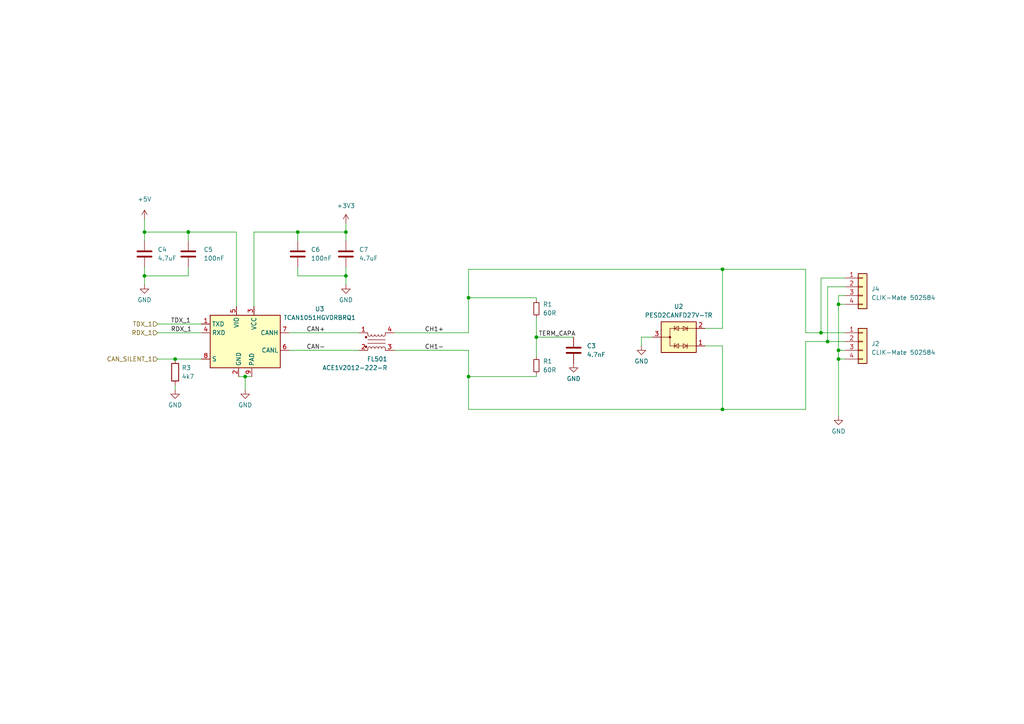
<source format=kicad_sch>
(kicad_sch (version 20230121) (generator eeschema)
  (paper "A4")
  (title_block (title "CAN Bus 1 Interface ") (comment 1 "Author Originel: Yassine Bakkali") (comment 2 "Revision faite par Pedro Conde"))
  (lib_symbols
    (symbol "0_power_protection:PESD2CANFD27V-TR" (pin_names hide)
      (property "Reference" "U" (at -3.81 -6.985 0))
      (property "Value" "PESD2CANFD27V-TR" (at 14.605 -7.62 0))
      (symbol "PESD2CANFD27V-TR_0_0"
        (pin passive line (at 0 -8.255 90) (length 2.54) (name "CC") (number "3"))
      )
      (symbol "PESD2CANFD27V-TR_0_1"
        (rectangle (start -4.445 4.445) (end 4.445 -5.715) (stroke (width 0.254)) (fill (type background)))
        (circle (center 0 -3.175) (radius 0.254) (fill (type outline)))
        (polyline (pts (xy -2.54 -3.175) (xy -2.54 -1.905)))
        (polyline (pts (xy -2.54 -3.175) (xy 2.54 -3.175)))
        (polyline (pts (xy -2.54 1.905) (xy -2.54 -1.905)))
        (polyline (pts (xy -2.54 4.445) (xy -2.54 1.905)))
        (polyline (pts (xy 0 -3.175) (xy 0 -5.715)))
        (polyline (pts (xy 2.54 -3.175) (xy 2.54 -1.905)))
        (polyline (pts (xy 2.54 1.905) (xy 2.54 -1.905)))
        (polyline (pts (xy 2.54 4.445) (xy 2.54 1.905)))
        (polyline (pts (xy -3.175 -1.651) (xy -3.175 -1.905) (xy -1.905 -1.905)))
        (polyline (pts (xy -3.175 1.905) (xy -1.905 1.905) (xy -1.905 1.651)))
        (polyline (pts (xy 1.905 -1.651) (xy 1.905 -1.905) (xy 3.175 -1.905)))
        (polyline (pts (xy 1.905 1.905) (xy 3.175 1.905) (xy 3.175 1.651)))
        (polyline (pts (xy -2.54 -1.905) (xy -3.175 -0.635) (xy -1.905 -0.635) (xy -2.54 -1.905)))
        (polyline (pts (xy -2.54 1.905) (xy -1.905 0.635) (xy -3.175 0.635) (xy -2.54 1.905)))
        (polyline (pts (xy 2.54 -1.905) (xy 1.905 -0.635) (xy 3.175 -0.635) (xy 2.54 -1.905)))
        (polyline (pts (xy 2.54 1.905) (xy 3.175 0.635) (xy 1.905 0.635) (xy 2.54 1.905)))
      )
      (symbol "PESD2CANFD27V-TR_1_1"
        (pin passive line (at 2.54 6.985 270) (length 2.54) (name "K1") (number "1"))
        (pin passive line (at -2.54 6.985 270) (length 2.54) (name "K2") (number "2"))
      )
    )
    (symbol "Connector_Generic:Conn_01x04" (pin_names (offset 1.016) hide)
      (property "Reference" "J" (at 0 5.08 0))
      (property "Value" "Conn_01x04" (at 0 -7.62 0))
      (symbol "Conn_01x04_1_1"
        (rectangle (start -1.27 -4.953) (end 0 -5.207) (stroke (width 0.1524)))
        (rectangle (start -1.27 -2.413) (end 0 -2.667) (stroke (width 0.1524)))
        (rectangle (start -1.27 0.127) (end 0 -0.127) (stroke (width 0.1524)))
        (rectangle (start -1.27 2.667) (end 0 2.413) (stroke (width 0.1524)))
        (rectangle (start -1.27 3.81) (end 1.27 -6.35) (stroke (width 0.254)) (fill (type background)))
        (pin passive line (at -5.08 2.54 0) (length 3.81) (name "Pin_1") (number "1"))
        (pin passive line (at -5.08 0 0) (length 3.81) (name "Pin_2") (number "2"))
        (pin passive line (at -5.08 -2.54 0) (length 3.81) (name "Pin_3") (number "3"))
        (pin passive line (at -5.08 -5.08 0) (length 3.81) (name "Pin_4") (number "4"))
      )
    )
    (symbol "Device:C" (pin_numbers hide) (pin_names (offset 0.254))
      (property "Reference" "C" (at 0.635 2.54 0))
      (property "Value" "C" (at 0.635 -2.54 0))
      (symbol "C_0_1"
        (polyline (pts (xy -2.032 -0.762) (xy 2.032 -0.762)) (stroke (width 0.508)))
        (polyline (pts (xy -2.032 0.762) (xy 2.032 0.762)) (stroke (width 0.508)))
      )
      (symbol "C_1_1"
        (pin passive line (at 0 3.81 270) (length 2.794) (name "~") (number "1"))
        (pin passive line (at 0 -3.81 90) (length 2.794) (name "~") (number "2"))
      )
    )
    (symbol "Device:Filter_EMI_LL_1423" (pin_names hide)
      (property "Reference" "FL" (at 0 4.445 0))
      (property "Value" "Filter_EMI_LL_1423" (at 0 -4.445 0))
      (symbol "Filter_EMI_LL_1423_0_1"
        (circle (center -3.048 -1.27) (radius 0.254) (fill (type outline)))
        (circle (center -3.048 1.524) (radius 0.254) (fill (type outline)))
        (arc (start -2.54 2.032) (mid -2.032 1.5262) (end -1.524 2.032))
        (arc (start -1.524 -2.032) (mid -2.032 -1.5262) (end -2.54 -2.032))
        (arc (start -1.524 2.032) (mid -1.016 1.5262) (end -0.508 2.032))
        (arc (start -0.508 -2.032) (mid -1.016 -1.5262) (end -1.524 -2.032))
        (arc (start -0.508 2.032) (mid 0 1.5262) (end 0.508 2.032))
        (polyline (pts (xy -2.54 -2.032) (xy -2.54 -2.54)))
        (polyline (pts (xy -2.54 0.508) (xy 2.54 0.508)))
        (polyline (pts (xy -2.54 2.032) (xy -2.54 2.54)))
        (polyline (pts (xy 2.54 -2.032) (xy 2.54 -2.54)))
        (polyline (pts (xy 2.54 -0.508) (xy -2.54 -0.508)))
        (polyline (pts (xy 2.54 2.54) (xy 2.54 2.032)))
        (arc (start 0.508 -2.032) (mid 0 -1.5262) (end -0.508 -2.032))
        (arc (start 0.508 2.032) (mid 1.016 1.5262) (end 1.524 2.032))
        (arc (start 1.524 -2.032) (mid 1.016 -1.5262) (end 0.508 -2.032))
        (arc (start 1.524 2.032) (mid 2.032 1.5262) (end 2.54 2.032))
        (arc (start 2.54 -2.032) (mid 2.032 -1.5262) (end 1.524 -2.032))
      )
      (symbol "Filter_EMI_LL_1423_1_1"
        (pin passive line (at -5.08 -2.54 0) (length 2.54) (name "1") (number "1"))
        (pin passive line (at -5.08 2.54 0) (length 2.54) (name "2") (number "2"))
        (pin passive line (at 5.08 2.54 180) (length 2.54) (name "3") (number "3"))
        (pin passive line (at 5.08 -2.54 180) (length 2.54) (name "4") (number "4"))
      )
    )
    (symbol "Device:R" (pin_numbers hide) (pin_names (offset 0))
      (property "Reference" "R" (at 2.032 0 90))
      (property "Value" "R" (at 0 0 90))
      (symbol "R_0_1"
        (rectangle (start -1.016 -2.54) (end 1.016 2.54) (stroke (width 0.254)))
      )
      (symbol "R_1_1"
        (pin passive line (at 0 3.81 270) (length 1.27) (name "~") (number "1"))
        (pin passive line (at 0 -3.81 90) (length 1.27) (name "~") (number "2"))
      )
    )
    (symbol "Device:R_Small" (pin_numbers hide) (pin_names (offset 0.254) hide)
      (property "Reference" "R" (at 0.762 0.508 0))
      (property "Value" "R_Small" (at 0.762 -1.016 0))
      (symbol "R_Small_0_1"
        (rectangle (start -0.762 1.778) (end 0.762 -1.778) (stroke (width 0.2032)))
      )
      (symbol "R_Small_1_1"
        (pin passive line (at 0 2.54 270) (length 0.762) (name "~") (number "1"))
        (pin passive line (at 0 -2.54 90) (length 0.762) (name "~") (number "2"))
      )
    )
    (symbol "Jetson Hat:TCAN1051HGDQ1"
      (property "Reference" "U2" (at 10.16 8.89 0))
      (property "Value" "TCAN1051HGVDRBRQ1" (at -3.175 -9.525 0))
      (symbol "TCAN1051HGDQ1_0_1"
        (rectangle (start -10.16 7.62) (end 10.16 -7.62) (stroke (width 0.254)) (fill (type background)))
      )
      (symbol "TCAN1051HGDQ1_1_1"
        (pin input line (at -12.7 5.08 0) (length 2.54) (name "TXD") (number "1"))
        (pin power_in line (at -1.905 -10.16 90) (length 2.54) (name "GND") (number "2"))
        (pin power_in line (at 2.54 10.16 270) (length 2.54) (name "VCC") (number "3"))
        (pin output line (at -12.7 2.54 0) (length 2.54) (name "RXD") (number "4"))
        (pin power_in line (at -2.54 10.16 270) (length 2.54) (name "VIO") (number "5"))
        (pin bidirectional line (at 12.7 -2.54 180) (length 2.54) (name "CANL") (number "6"))
        (pin bidirectional line (at 12.7 2.54 180) (length 2.54) (name "CANH") (number "7"))
        (pin input line (at -12.7 -5.08 0) (length 2.54) (name "S") (number "8"))
        (pin passive line (at 1.905 -10.16 90) (length 2.54) (name "PAD") (number "9"))
      )
    )
    (symbol "PCM_4ms_Power-symbol:+3.3V" (power) (pin_names (offset 0))
      (property "Value" "+3.3V" (at 0 3.556 0))
      (symbol "+3.3V_0_1"
        (polyline (pts (xy -0.762 1.27) (xy 0 2.54)))
        (polyline (pts (xy 0 0) (xy 0 2.54)))
        (polyline (pts (xy 0 2.54) (xy 0.762 1.27)))
      )
      (symbol "+3.3V_1_1"
        (pin power_in line (at 0 0 90) (length 0) hide (name "+3V3") (number "1"))
      )
    )
    (symbol "PCM_4ms_Power-symbol:GND" (power) (pin_names (offset 0))
      (property "Value" "GND" (at 0 -3.81 0))
      (symbol "GND_0_1"
        (polyline (pts (xy 0 0) (xy 0 -1.27) (xy 1.27 -1.27) (xy 0 -2.54) (xy -1.27 -1.27) (xy 0 -1.27)))
      )
      (symbol "GND_1_1"
        (pin power_in line (at 0 0 270) (length 0) hide (name "GND") (number "1"))
      )
    )
    (symbol "power:+5V" (power) (pin_names (offset 0))
      (property "Value" "+5V" (at 0 3.556 0))
      (symbol "+5V_0_1"
        (polyline (pts (xy -0.762 1.27) (xy 0 2.54)))
        (polyline (pts (xy 0 0) (xy 0 2.54)))
        (polyline (pts (xy 0 2.54) (xy 0.762 1.27)))
      )
      (symbol "+5V_1_1"
        (pin power_in line (at 0 0 90) (length 0) hide (name "+5V") (number "1"))
      )
    )
    (symbol "power:GND" (power) (pin_names (offset 0))
      (property "Value" "GND" (at 0 -3.81 0))
      (symbol "GND_0_1"
        (polyline (pts (xy 0 0) (xy 0 -1.27) (xy 1.27 -1.27) (xy 0 -2.54) (xy -1.27 -1.27) (xy 0 -1.27)))
      )
      (symbol "GND_1_1"
        (pin power_in line (at 0 0 270) (length 0) hide (name "GND") (number "1"))
      )
    )
  )
  (junction (at 50.8 104.14))
  (junction (at 41.91 80.01))
  (junction (at 100.33 67.31))
  (junction (at 71.12 109.22))
  (junction (at 238.125 96.52))
  (junction (at 100.33 80.01))
  (junction (at 135.89 109.22))
  (junction (at 243.205 88.265))
  (junction (at 240.03 99.06))
  (junction (at 243.205 104.14))
  (junction (at 209.55 118.745))
  (junction (at 135.89 86.36))
  (junction (at 86.36 67.31))
  (junction (at 209.55 78.105))
  (junction (at 54.61 67.31))
  (junction (at 243.205 101.6))
  (junction (at 41.91 67.31))
  (junction (at 155.575 97.79))
  (wire (pts (xy 45.72 104.14) (xy 50.8 104.14)))
  (wire (pts (xy 243.205 88.265) (xy 243.205 85.725)))
  (wire (pts (xy 238.125 96.52) (xy 233.68 96.52)))
  (wire (pts (xy 135.89 86.36) (xy 155.575 86.36)))
  (wire (pts (xy 86.36 67.31) (xy 100.33 67.31)))
  (wire (pts (xy 243.205 101.6) (xy 243.205 104.14)))
  (wire (pts (xy 73.025 109.22) (xy 71.12 109.22)))
  (wire (pts (xy 155.575 97.79) (xy 166.37 97.79)))
  (wire (pts (xy 240.03 99.06) (xy 245.11 99.06)))
  (wire (pts (xy 209.55 118.745) (xy 209.55 100.33)))
  (wire (pts (xy 238.125 80.645) (xy 238.125 96.52)))
  (wire (pts (xy 86.36 80.01) (xy 86.36 77.47)))
  (wire (pts (xy 86.36 67.31) (xy 73.66 67.31)))
  (wire (pts (xy 243.205 101.6) (xy 245.11 101.6)))
  (wire (pts (xy 69.215 109.22) (xy 71.12 109.22)))
  (wire (pts (xy 83.82 96.52) (xy 104.14 96.52)))
  (wire (pts (xy 243.205 88.265) (xy 243.205 101.6)))
  (wire (pts (xy 41.91 67.31) (xy 54.61 67.31)))
  (wire (pts (xy 243.205 85.725) (xy 245.11 85.725)))
  (wire (pts (xy 135.89 78.105) (xy 209.55 78.105)))
  (wire (pts (xy 240.03 83.185) (xy 245.11 83.185)))
  (wire (pts (xy 54.61 77.47) (xy 54.61 80.01)))
  (wire (pts (xy 238.125 80.645) (xy 245.11 80.645)))
  (wire (pts (xy 135.89 109.22) (xy 155.575 109.22)))
  (wire (pts (xy 135.89 101.6) (xy 135.89 109.22)))
  (wire (pts (xy 238.125 96.52) (xy 245.11 96.52)))
  (wire (pts (xy 243.205 88.265) (xy 245.11 88.265)))
  (wire (pts (xy 209.55 100.33) (xy 204.47 100.33)))
  (wire (pts (xy 243.205 104.14) (xy 245.11 104.14)))
  (wire (pts (xy 135.89 78.105) (xy 135.89 86.36)))
  (wire (pts (xy 155.575 97.79) (xy 155.575 103.505)))
  (wire (pts (xy 243.205 120.65) (xy 243.205 104.14)))
  (wire (pts (xy 45.72 96.52) (xy 58.42 96.52)))
  (wire (pts (xy 68.58 67.31) (xy 68.58 88.9)))
  (wire (pts (xy 114.3 101.6) (xy 135.89 101.6)))
  (wire (pts (xy 240.03 83.185) (xy 240.03 99.06)))
  (wire (pts (xy 54.61 66.675) (xy 54.61 67.31)))
  (wire (pts (xy 54.61 67.31) (xy 54.61 69.85)))
  (wire (pts (xy 135.89 109.22) (xy 135.89 118.745)))
  (wire (pts (xy 114.3 96.52) (xy 135.89 96.52)))
  (wire (pts (xy 155.575 92.075) (xy 155.575 97.79)))
  (wire (pts (xy 209.55 78.105) (xy 233.68 78.105)))
  (wire (pts (xy 50.8 111.76) (xy 50.8 113.03)))
  (wire (pts (xy 54.61 67.31) (xy 68.58 67.31)))
  (wire (pts (xy 155.575 86.995) (xy 155.575 86.36)))
  (wire (pts (xy 41.91 63.5) (xy 41.91 67.31)))
  (wire (pts (xy 86.36 80.01) (xy 100.33 80.01)))
  (wire (pts (xy 45.72 93.98) (xy 58.42 93.98)))
  (wire (pts (xy 186.055 97.79) (xy 189.23 97.79)))
  (wire (pts (xy 50.8 104.14) (xy 58.42 104.14)))
  (wire (pts (xy 233.68 99.06) (xy 233.68 118.745)))
  (wire (pts (xy 155.575 108.585) (xy 155.575 109.22)))
  (wire (pts (xy 135.89 118.745) (xy 209.55 118.745)))
  (wire (pts (xy 41.91 80.01) (xy 41.91 82.55)))
  (wire (pts (xy 41.91 67.31) (xy 41.91 69.85)))
  (wire (pts (xy 209.55 95.25) (xy 204.47 95.25)))
  (wire (pts (xy 83.82 101.6) (xy 104.14 101.6)))
  (wire (pts (xy 135.89 86.36) (xy 135.89 96.52)))
  (wire (pts (xy 100.33 67.31) (xy 100.33 69.85)))
  (wire (pts (xy 41.91 80.01) (xy 41.91 77.47)))
  (wire (pts (xy 209.55 78.105) (xy 209.55 95.25)))
  (wire (pts (xy 100.33 64.77) (xy 100.33 67.31)))
  (wire (pts (xy 71.12 109.22) (xy 71.12 113.03)))
  (wire (pts (xy 209.55 118.745) (xy 233.68 118.745)))
  (wire (pts (xy 233.68 99.06) (xy 240.03 99.06)))
  (wire (pts (xy 100.33 80.01) (xy 100.33 82.55)))
  (wire (pts (xy 100.33 77.47) (xy 100.33 80.01)))
  (wire (pts (xy 233.68 78.105) (xy 233.68 96.52)))
  (wire (pts (xy 54.61 80.01) (xy 41.91 80.01)))
  (wire (pts (xy 186.055 100.33) (xy 186.055 97.79)))
  (wire (pts (xy 73.66 67.31) (xy 73.66 88.9)))
  (wire (pts (xy 86.36 69.85) (xy 86.36 67.31)))
  (label "CH1-" (at 123.19 101.6 0))
  (label "CAN-" (at 88.9 101.6 0))
  (label "TDX_1" (at 49.53 93.98 0))
  (label "TERM_CAPA" (at 156.21 97.79 0))
  (label "RDX_1" (at 49.53 96.52 0))
  (label "CAN+" (at 88.9 96.52 0))
  (label "CH1+" (at 123.19 96.52 0))
  (hierarchical_label "TDX_1" (shape input) (at 45.72 93.98 180))
  (hierarchical_label "CAN_SILENT_1" (shape input) (at 45.72 104.14 180))
  (hierarchical_label "RDX_1" (shape input) (at 45.72 96.52 180))
  (symbol (lib_id "Device:C") (at 100.33 73.66 0) (unit 1)
    (property "Reference" "C7" (at 104.14 72.3899 0) (effects (justify left)))
    (property "Value" "4.7uF" (at 104.14 74.9299 0) (effects (justify left)))
    (property "Footprint" "Capacitor_SMD:C_0402_1005Metric" (effects hide))
    (property "Datasheet" "https://media.digikey.com/pdf/Data%20Sheets/Samsung%20PDFs/CL05A475MP5NRNC_Spec.pdf" (effects hide))
    (property "Digikey ref" "1276-1482-1-ND" (effects hide))
    (property "Manufacturer ref" "CL05A475MP5NRNC" (effects hide))
    (instances (project "can_transceiver" (path "" (reference "C7") (unit 1))) (project "NODE_CONNECTORS" (path "" (reference "C7") (unit 1))) (project "orion_pcb" (path "" (reference "C513") (unit 1))) (project "HatV2" (path "" (reference "C9") (unit 1))))
  )
  (symbol (lib_id "Device:R") (at 50.8 107.95 0) (unit 1)
    (property "Reference" "R3" (at 52.705 106.6799 0) (effects (justify left)))
    (property "Value" "4k7" (at 52.705 109.2199 0) (effects (justify left)))
    (property "Footprint" "Resistor_SMD:R_0402_1005Metric" (effects hide))
    (property "Datasheet" "https://www.te.com/usa-en/product-3-2176325-3.datasheet.pdf" (effects hide))
    (property "Digikey ref" "A130363CT-ND" (effects hide))
    (property "Manufacturer ref" "CRGP0402F4K7" (effects hide))
    (instances (project "can_transceiver" (path "" (reference "R3") (unit 1))) (project "orion_pcb" (path "" (reference "R505") (unit 1))) (project "HatV2" (path "" (reference "R4") (unit 1))))
  )
  (symbol (lib_id "PCM_4ms_Power-symbol:+3.3V") (at 100.33 64.77 0) (unit 1)
    (property "Reference" "#PWR01" (effects hide))
    (property "Value" "+3V3" (at 100.33 59.69 0))
    (instances (project "jetson_hat" (path "" (reference "#PWR01") (unit 1))) (project "HatV2" (path "" (reference "#PWR019") (unit 1)) (path "" (reference "#PWR014") (unit 1))))
  )
  (symbol (lib_id "power:GND") (at 71.12 113.03 0) (unit 1)
    (property "Reference" "#PWR010" (effects hide))
    (property "Value" "GND" (at 71.12 117.475 0))
    (instances (project "can_transceiver" (path "" (reference "#PWR010") (unit 1))) (project "orion_pcb" (path "" (reference "#PWR0519") (unit 1))) (project "HatV2" (path "" (reference "#PWR013") (unit 1))))
  )
  (symbol (lib_id "Device:R_Small") (at 155.575 106.045 0) (unit 1)
    (property "Reference" "R1" (at 157.48 104.7749 0) (effects (justify left)))
    (property "Value" "60R" (at 157.48 107.3149 0) (effects (justify left)))
    (property "Footprint" "Resistor_SMD:R_0603_1608Metric" (effects hide))
    (property "Datasheet" "https://www.vishay.com/docs/20043/crcwhpe3.pdf" (effects hide))
    (property "Digikey ref" "541-60.4SCT-ND" (effects hide))
    (property "Manufacturer ref" "CRCW060360R4FKEAHP" (effects hide))
    (instances (project "can_transceiver" (path "" (reference "R1") (unit 1))) (project "orion_pcb" (path "" (reference "R502") (unit 1))) (project "HatV2" (path "" (reference "R6") (unit 1))))
  )
  (symbol (lib_id "PCM_4ms_Power-symbol:GND") (at 186.055 100.33 0) (unit 1)
    (property "Reference" "#PWR02" (effects hide))
    (property "Value" "GND" (at 186.055 104.775 0))
    (instances (project "jetson_hat" (path "" (reference "#PWR02") (unit 1)) (path "" (reference "#PWR011") (unit 1)) (path "" (reference "#PWR021") (unit 1)) (path "" (reference "#PWR044") (unit 1))) (project "HatV2" (path "" (reference "#PWR017") (unit 1))))
  )
  (symbol (lib_id "0_power_protection:PESD2CANFD27V-TR") (at 197.485 97.79 270) (unit 1)
    (property "Reference" "U2" (at 196.85 88.9 90))
    (property "Value" "PESD2CANFD27V-TR" (at 196.85 91.44 90))
    (property "Footprint" "Package_TO_SOT_SMD:SOT-23" (effects hide))
    (property "Datasheet" "https://assets.nexperia.com/documents/data-sheet/PESD2CANFD27V-T.pdf" (effects hide))
    (instances (project "jetson_hat" (path "" (reference "U2") (unit 1)) (path "" (reference "U4") (unit 1)) (path "" (reference "U8") (unit 1))) (project "HatV2" (path "" (reference "U4") (unit 1))))
  )
  (symbol (lib_id "Device:C") (at 86.36 73.66 0) (unit 1)
    (property "Reference" "C6" (at 90.17 72.3899 0) (effects (justify left)))
    (property "Value" "100nF" (at 90.17 74.9299 0) (effects (justify left)))
    (property "Footprint" "Capacitor_SMD:C_0402_1005Metric" (effects hide))
    (property "Datasheet" "https://www.yuden.co.jp/productdata/catalog/mlcc06_e.pdf" (effects hide))
    (property "Digikey ref" "587-3498-1-ND" (effects hide))
    (property "Manufacturer ref" "UMK105B7104KV-FR" (effects hide))
    (instances (project "can_transceiver" (path "" (reference "C6") (unit 1))) (project "NODE_CONNECTORS" (path "" (reference "C6") (unit 1))) (project "orion_pcb" (path "" (reference "C511") (unit 1))) (project "HatV2" (path "" (reference "C8") (unit 1))))
  )
  (symbol (lib_id "power:GND") (at 41.91 82.55 0) (unit 1)
    (property "Reference" "#PWR06" (effects hide))
    (property "Value" "GND" (at 41.91 86.995 0))
    (instances (project "can_transceiver" (path "" (reference "#PWR06") (unit 1))) (project "NODE_CONNECTORS" (path "" (reference "#PWR06") (unit 1))) (project "orion_pcb" (path "" (reference "#PWR0516") (unit 1))) (project "HatV2" (path "" (reference "#PWR011") (unit 1))))
  )
  (symbol (lib_id "Connector_Generic:Conn_01x04") (at 250.19 99.06 0) (unit 1)
    (property "Reference" "J2" (at 252.73 99.695 0) (effects (justify left)))
    (property "Value" "CLIK-Mate 502584" (at 252.73 102.235 0) (effects (justify left)))
    (property "Footprint" "Connector_Molex:Molex_CLIK-Mate_505405-0470_1x04-1MP_P1.50mm_Vertical" (effects hide))
    (instances (project "jetson_hat" (path "" (reference "J2") (unit 1)) (path "" (reference "J3") (unit 1)) (path "" (reference "J9") (unit 1))) (project "HatV2" (path "" (reference "J4") (unit 1))))
  )
  (symbol (lib_id "Device:C") (at 54.61 73.66 0) (unit 1)
    (property "Reference" "C5" (at 59.055 72.39 0) (effects (justify left)))
    (property "Value" "100nF" (at 59.055 74.93 0) (effects (justify left)))
    (property "Footprint" "Capacitor_SMD:C_0402_1005Metric" (effects hide))
    (property "Datasheet" "https://www.yuden.co.jp/productdata/catalog/mlcc06_e.pdf" (effects hide))
    (property "Digikey ref" "587-3498-1-ND" (effects hide))
    (property "Manufacturer ref" "UMK105B7104KV-FR" (effects hide))
    (instances (project "can_transceiver" (path "" (reference "C5") (unit 1))) (project "NODE_CONNECTORS" (path "" (reference "C5") (unit 1))) (project "orion_pcb" (path "" (reference "C510") (unit 1))) (project "HatV2" (path "" (reference "C7") (unit 1))))
  )
  (symbol (lib_id "power:GND") (at 166.37 105.41 0) (unit 1)
    (property "Reference" "#PWR04" (effects hide))
    (property "Value" "GND" (at 166.37 109.855 0))
    (instances (project "can_transceiver" (path "" (reference "#PWR04") (unit 1))) (project "orion_pcb" (path "" (reference "#PWR0511") (unit 1))) (project "HatV2" (path "" (reference "#PWR016") (unit 1))))
  )
  (symbol (lib_id "Device:C") (at 41.91 73.66 0) (unit 1)
    (property "Reference" "C4" (at 45.72 72.3899 0) (effects (justify left)))
    (property "Value" "4.7uF" (at 45.72 74.9299 0) (effects (justify left)))
    (property "Footprint" "Capacitor_SMD:C_0402_1005Metric" (effects hide))
    (property "Datasheet" "https://media.digikey.com/pdf/Data%20Sheets/Samsung%20PDFs/CL05A475MP5NRNC_Spec.pdf" (effects hide))
    (property "Digikey ref" "1276-1482-1-ND" (effects hide))
    (property "Manufacturer ref" "CL05A475MP5NRNC" (effects hide))
    (instances (project "can_transceiver" (path "" (reference "C4") (unit 1))) (project "NODE_CONNECTORS" (path "" (reference "C4") (unit 1))) (project "orion_pcb" (path "" (reference "C508") (unit 1))) (project "HatV2" (path "" (reference "C6") (unit 1))))
  )
  (symbol (lib_id "power:GND") (at 50.8 113.03 0) (unit 1)
    (property "Reference" "#PWR010" (effects hide))
    (property "Value" "GND" (at 50.8 117.475 0))
    (instances (project "can_transceiver" (path "" (reference "#PWR010") (unit 1))) (project "orion_pcb" (path "" (reference "#PWR0519") (unit 1))) (project "HatV2" (path "" (reference "#PWR012") (unit 1))))
  )
  (symbol (lib_id "power:+5V") (at 41.91 63.5 0) (unit 1)
    (property "Reference" "#PWR05" (effects hide))
    (property "Value" "+5V" (at 41.91 57.785 0))
    (instances (project "can_transceiver" (path "" (reference "#PWR05") (unit 1))) (project "NODE_CONNECTORS" (path "" (reference "#PWR05") (unit 1))) (project "orion_pcb" (path "" (reference "#PWR0515") (unit 1))) (project "HatV2" (path "" (reference "#PWR010") (unit 1))))
  )
  (symbol (lib_id "Device:C") (at 166.37 101.6 0) (unit 1)
    (property "Reference" "C3" (at 170.18 100.33 0) (effects (justify left)))
    (property "Value" "4.7nF" (at 170.18 102.87 0) (effects (justify left)))
    (property "Footprint" "Capacitor_SMD:C_0402_1005Metric" (effects hide))
    (property "Datasheet" "https://mm.digikey.com/Volume0/opasdata/d220001/medias/docus/609/CL05B472KB5NNNC_Spec.pdf" (effects hide))
    (property "Digikey ref" "1276-1125-1-ND" (effects hide))
    (property "Manufacturer ref" "CL05B472KB5NNNC" (effects hide))
    (instances (project "can_transceiver" (path "" (reference "C3") (unit 1))) (project "orion_pcb" (path "" (reference "C505") (unit 1))) (project "HatV2" (path "" (reference "C5") (unit 1)) (path "" (reference "C10") (unit 1))))
  )
  (symbol (lib_id "Connector_Generic:Conn_01x04") (at 250.19 83.185 0) (unit 1)
    (property "Reference" "J4" (at 252.73 83.82 0) (effects (justify left)))
    (property "Value" "CLIK-Mate 502584" (at 252.73 86.36 0) (effects (justify left)))
    (property "Footprint" "Connector_Molex:Molex_CLIK-Mate_505405-0470_1x04-1MP_P1.50mm_Vertical" (effects hide))
    (instances (project "jetson_hat" (path "" (reference "J4") (unit 1)) (path "" (reference "J5") (unit 1)) (path "" (reference "J7") (unit 1))) (project "HatV2" (path "" (reference "J3") (unit 1))))
  )
  (symbol (lib_id "Jetson Hat:TCAN1051HGDQ1") (at 71.12 99.06 0) (unit 1)
    (property "Reference" "U3" (at 92.71 89.5919 0))
    (property "Value" "TCAN1051HGVDRBRQ1" (at 92.71 92.1319 0))
    (property "Footprint" "0_various:HVSON-8-1EP_3x3mm_P0.65mm_EP1.6x2.4mm_ThermalVias" (effects hide))
    (property "Datasheet" "https://www.ti.com/general/docs/suppproductinfo.tsp?distId=10&gotoUrl=https%3A%2F%2Fwww.ti.com%2Flit%2Fgpn%2Ftcan1051-q1" (effects hide))
    (property "Manufacturer ref" "TCAN1051HGVDRBRQ1" (effects hide))
    (property "Digikey ref" "296-TCAN1051HGVDRBRQ1CT-ND" (effects hide))
  )
  (symbol (lib_id "PCM_4ms_Power-symbol:GND") (at 243.205 120.65 0) (unit 1)
    (property "Reference" "#PWR02" (effects hide))
    (property "Value" "GND" (at 243.205 125.095 0))
    (instances (project "jetson_hat" (path "" (reference "#PWR02") (unit 1)) (path "" (reference "#PWR013") (unit 1)) (path "" (reference "#PWR023") (unit 1)) (path "" (reference "#PWR046") (unit 1))) (project "HatV2" (path "" (reference "#PWR018") (unit 1))))
  )
  (symbol (lib_id "Device:Filter_EMI_LL_1423") (at 109.22 99.06 0) (mirror x) (unit 1)
    (property "Reference" "FL501" (at 112.395 104.14 0) (effects (justify right)))
    (property "Value" "ACE1V2012-222-R" (at 112.395 106.68 0) (effects (justify right)))
    (property "Footprint" "0_inductor:ACE1V2012-222-R" (effects hide))
    (property "Datasheet" "https://www.eaton.com/content/dam/eaton/products/electronic-components/resources/data-sheet/eaton-ace1v2012-automotive-common-mode-chip-inductor-data-sheet.pdf" (effects hide))
    (property "Digikey ref" "283-ACE1V2012-222-RCT-ND" (effects hide))
    (property "Manufacturer ref" "ACE1V2012-222-R" (effects hide))
    (instances (project "NODE_CONNECTORS" (path "" (reference "FL501") (unit 1))) (project "orion_pcb" (path "" (reference "FL501") (unit 1))) (project "HatV2" (path "" (reference "FL2") (unit 1))))
  )
  (symbol (lib_id "power:GND") (at 100.33 82.55 0) (unit 1)
    (property "Reference" "#PWR09" (effects hide))
    (property "Value" "GND" (at 100.33 86.995 0))
    (instances (project "can_transceiver" (path "" (reference "#PWR09") (unit 1))) (project "NODE_CONNECTORS" (path "" (reference "#PWR09") (unit 1))) (project "orion_pcb" (path "" (reference "#PWR0522") (unit 1))) (project "HatV2" (path "" (reference "#PWR015") (unit 1))))
  )
  (symbol (lib_id "Device:R_Small") (at 155.575 89.535 0) (unit 1)
    (property "Reference" "R1" (at 157.48 88.2649 0) (effects (justify left)))
    (property "Value" "60R" (at 157.48 90.8049 0) (effects (justify left)))
    (property "Footprint" "Resistor_SMD:R_0603_1608Metric" (effects hide))
    (property "Datasheet" "https://www.vishay.com/docs/20043/crcwhpe3.pdf" (effects hide))
    (property "Digikey ref" "541-60.4SCT-ND" (effects hide))
    (property "Manufacturer ref" "CRCW060360R4FKEAHP" (effects hide))
    (instances (project "can_transceiver" (path "" (reference "R1") (unit 1))) (project "orion_pcb" (path "" (reference "R501") (unit 1))) (project "HatV2" (path "" (reference "R5") (unit 1))))
  )
)
</source>
